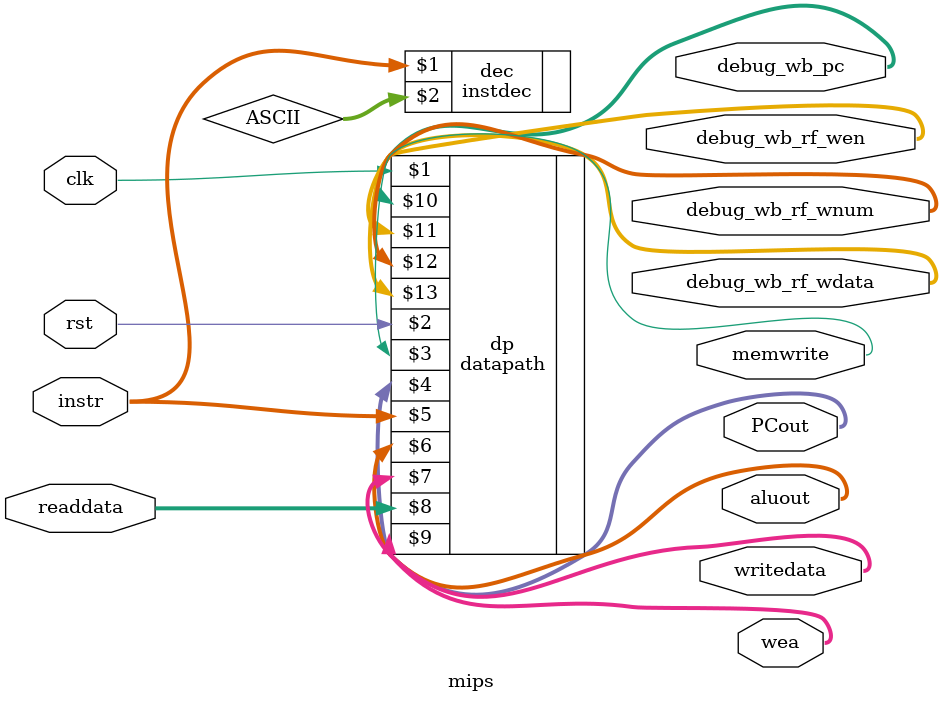
<source format=v>
`timescale 1ns / 1ps


module mips(
	input wire clk,rst,
	output wire[31:0] PCout,
	input wire[31:0] instr,
	output wire memwrite,
	output wire[31:0] aluout,writedata,
	input wire[31:0] readdata,
	output [3:0] wea,
	output [31:0] debug_wb_pc,
    output [3:0] debug_wb_rf_wen,
    output [4:0] debug_wb_rf_wnum,
    output [31:0] debug_wb_rf_wdata
    );
	
	wire [39:0] ASCII;
	instdec dec(instr,ASCII);

	wire Mem2Reg,ALUsrc,RegDst,RegWrite,Jump,PCsrc;
	


	datapath dp(clk,rst,memwrite,PCout,instr,aluout,writedata,readdata,wea,
				debug_wb_pc,debug_wb_rf_wen,debug_wb_rf_wnum,debug_wb_rf_wdata
				);
	
endmodule

</source>
